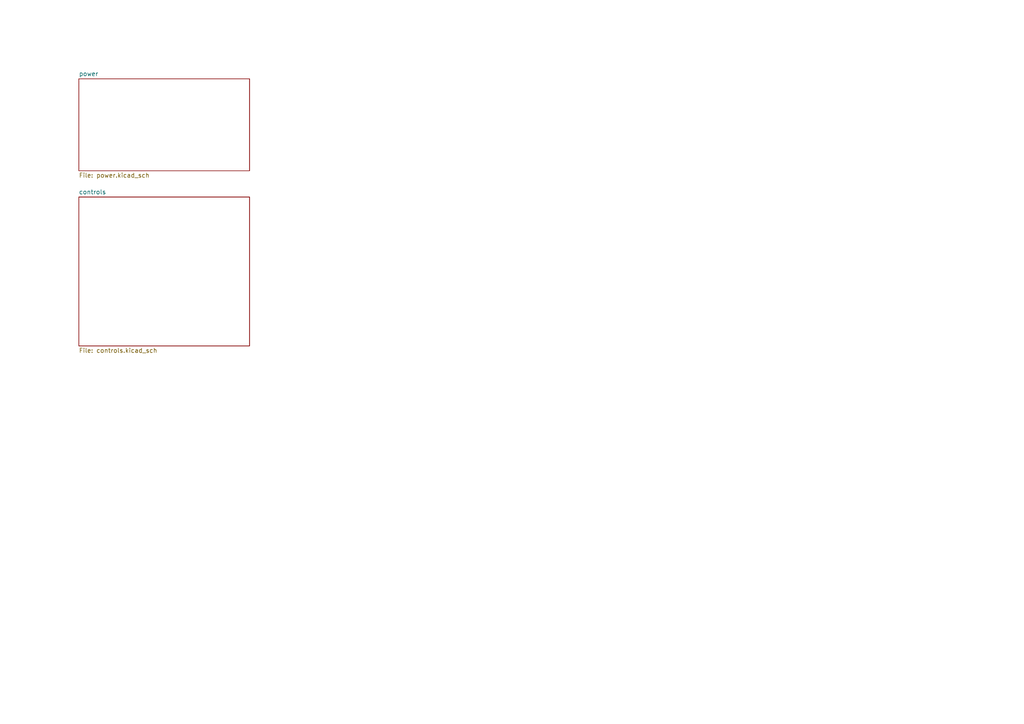
<source format=kicad_sch>
(kicad_sch
	(version 20231120)
	(generator "eeschema")
	(generator_version "8.0")
	(uuid "373e077e-bfc7-40f9-b9b8-adde168d27e9")
	(paper "A4")
	(lib_symbols)
	(sheet
		(at 22.86 22.86)
		(size 49.53 26.67)
		(fields_autoplaced yes)
		(stroke
			(width 0.1524)
			(type solid)
		)
		(fill
			(color 0 0 0 0.0000)
		)
		(uuid "bd678a3f-881e-490e-90d4-0127aa4aa2e0")
		(property "Sheetname" "power"
			(at 22.86 22.1484 0)
			(effects
				(font
					(size 1.27 1.27)
				)
				(justify left bottom)
			)
		)
		(property "Sheetfile" "power.kicad_sch"
			(at 22.86 50.1146 0)
			(effects
				(font
					(size 1.27 1.27)
				)
				(justify left top)
			)
		)
		(instances
			(project "mixer"
				(path "/373e077e-bfc7-40f9-b9b8-adde168d27e9"
					(page "3")
				)
			)
		)
	)
	(sheet
		(at 22.86 57.15)
		(size 49.53 43.18)
		(fields_autoplaced yes)
		(stroke
			(width 0.1524)
			(type solid)
		)
		(fill
			(color 0 0 0 0.0000)
		)
		(uuid "f765f6b7-0977-4652-ae5d-8c5e5aa74b64")
		(property "Sheetname" "controls"
			(at 22.86 56.4384 0)
			(effects
				(font
					(size 1.27 1.27)
				)
				(justify left bottom)
			)
		)
		(property "Sheetfile" "controls.kicad_sch"
			(at 22.86 100.9146 0)
			(effects
				(font
					(size 1.27 1.27)
				)
				(justify left top)
			)
		)
		(instances
			(project "mixer"
				(path "/373e077e-bfc7-40f9-b9b8-adde168d27e9"
					(page "2")
				)
			)
		)
	)
	(sheet_instances
		(path "/"
			(page "1")
		)
	)
)

</source>
